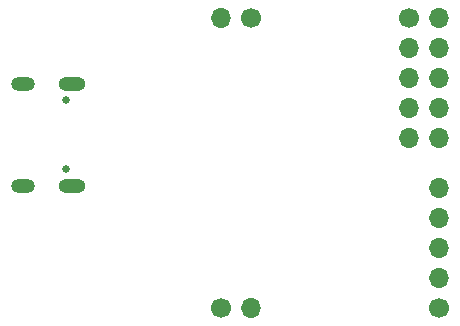
<source format=gbs>
G04 #@! TF.GenerationSoftware,KiCad,Pcbnew,8.0.5*
G04 #@! TF.CreationDate,2024-09-22T09:32:30+02:00*
G04 #@! TF.ProjectId,nPM1300-breakout,6e504d31-3330-4302-9d62-7265616b6f75,rev?*
G04 #@! TF.SameCoordinates,Original*
G04 #@! TF.FileFunction,Soldermask,Bot*
G04 #@! TF.FilePolarity,Negative*
%FSLAX46Y46*%
G04 Gerber Fmt 4.6, Leading zero omitted, Abs format (unit mm)*
G04 Created by KiCad (PCBNEW 8.0.5) date 2024-09-22 09:32:30*
%MOMM*%
%LPD*%
G01*
G04 APERTURE LIST*
%ADD10C,1.700000*%
%ADD11O,1.700000X1.700000*%
%ADD12C,0.650000*%
%ADD13O,2.304000X1.204000*%
%ADD14O,2.004000X1.204000*%
G04 APERTURE END LIST*
D10*
X131390000Y-61930000D03*
D11*
X133930000Y-61930000D03*
X131390000Y-64470000D03*
X133930000Y-64470000D03*
X131390000Y-67010000D03*
X133930000Y-67010000D03*
X131390000Y-69550000D03*
X133930000Y-69550000D03*
X131390000Y-72090000D03*
X133930000Y-72090000D03*
D10*
X115475250Y-86540000D03*
D11*
X118015250Y-86540000D03*
D10*
X118025250Y-61960000D03*
D11*
X115485250Y-61960000D03*
D10*
X133940000Y-86490000D03*
D11*
X133940000Y-83950000D03*
X133940000Y-81410000D03*
X133940000Y-78870000D03*
X133940000Y-76330000D03*
D12*
X102380000Y-68950000D03*
X102380000Y-74730000D03*
D13*
X102880000Y-67520000D03*
X102880000Y-76160000D03*
D14*
X98700000Y-67520000D03*
X98700000Y-76160000D03*
M02*

</source>
